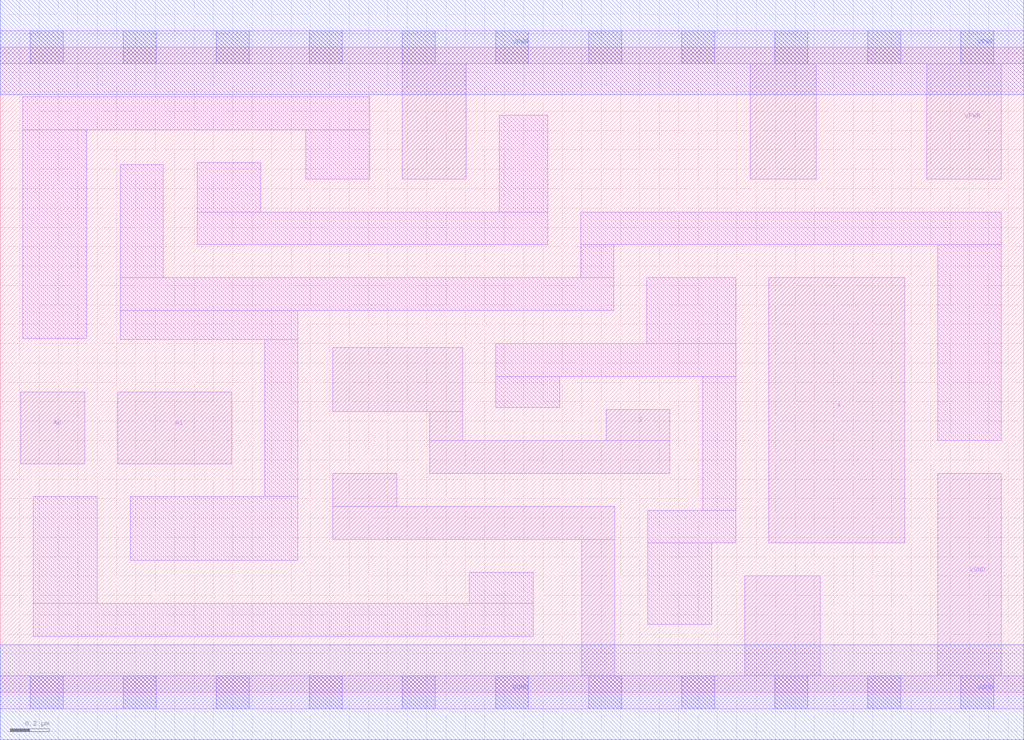
<source format=lef>
# Copyright 2020 The SkyWater PDK Authors
#
# Licensed under the Apache License, Version 2.0 (the "License");
# you may not use this file except in compliance with the License.
# You may obtain a copy of the License at
#
#     https://www.apache.org/licenses/LICENSE-2.0
#
# Unless required by applicable law or agreed to in writing, software
# distributed under the License is distributed on an "AS IS" BASIS,
# WITHOUT WARRANTIES OR CONDITIONS OF ANY KIND, either express or implied.
# See the License for the specific language governing permissions and
# limitations under the License.
#
# SPDX-License-Identifier: Apache-2.0

VERSION 5.7 ;
  NAMESCASESENSITIVE ON ;
  NOWIREEXTENSIONATPIN ON ;
  DIVIDERCHAR "/" ;
  BUSBITCHARS "[]" ;
UNITS
  DATABASE MICRONS 200 ;
END UNITS
MACRO sky130_fd_sc_ls__mux2_2
  CLASS CORE ;
  SOURCE USER ;
  FOREIGN sky130_fd_sc_ls__mux2_2 ;
  ORIGIN  0.000000  0.000000 ;
  SIZE  5.280000 BY  3.330000 ;
  SYMMETRY X Y ;
  SITE unit ;
  PIN A0
    ANTENNAGATEAREA  0.261000 ;
    DIRECTION INPUT ;
    USE SIGNAL ;
    PORT
      LAYER li1 ;
        RECT 0.105000 1.180000 0.435000 1.550000 ;
    END
  END A0
  PIN A1
    ANTENNAGATEAREA  0.261000 ;
    DIRECTION INPUT ;
    USE SIGNAL ;
    PORT
      LAYER li1 ;
        RECT 0.605000 1.180000 1.195000 1.550000 ;
    END
  END A1
  PIN S
    ANTENNAGATEAREA  0.469500 ;
    DIRECTION INPUT ;
    USE SIGNAL ;
    PORT
      LAYER li1 ;
        RECT 1.715000 1.450000 2.385000 1.780000 ;
        RECT 2.215000 1.130000 3.455000 1.300000 ;
        RECT 2.215000 1.300000 2.385000 1.450000 ;
        RECT 3.125000 1.300000 3.455000 1.460000 ;
    END
  END S
  PIN X
    ANTENNADIFFAREA  0.543200 ;
    DIRECTION OUTPUT ;
    USE SIGNAL ;
    PORT
      LAYER li1 ;
        RECT 3.965000 0.770000 4.665000 2.140000 ;
    END
  END X
  PIN VGND
    DIRECTION INOUT ;
    SHAPE ABUTMENT ;
    USE GROUND ;
    PORT
      LAYER li1 ;
        RECT 0.000000 -0.085000 5.280000 0.085000 ;
        RECT 1.715000  0.790000 3.170000 0.960000 ;
        RECT 1.715000  0.960000 2.045000 1.130000 ;
        RECT 3.000000  0.085000 3.170000 0.790000 ;
        RECT 3.840000  0.085000 4.230000 0.600000 ;
        RECT 4.835000  0.085000 5.165000 1.130000 ;
      LAYER mcon ;
        RECT 0.155000 -0.085000 0.325000 0.085000 ;
        RECT 0.635000 -0.085000 0.805000 0.085000 ;
        RECT 1.115000 -0.085000 1.285000 0.085000 ;
        RECT 1.595000 -0.085000 1.765000 0.085000 ;
        RECT 2.075000 -0.085000 2.245000 0.085000 ;
        RECT 2.555000 -0.085000 2.725000 0.085000 ;
        RECT 3.035000 -0.085000 3.205000 0.085000 ;
        RECT 3.515000 -0.085000 3.685000 0.085000 ;
        RECT 3.995000 -0.085000 4.165000 0.085000 ;
        RECT 4.475000 -0.085000 4.645000 0.085000 ;
        RECT 4.955000 -0.085000 5.125000 0.085000 ;
      LAYER met1 ;
        RECT 0.000000 -0.245000 5.280000 0.245000 ;
    END
  END VGND
  PIN VPWR
    DIRECTION INOUT ;
    SHAPE ABUTMENT ;
    USE POWER ;
    PORT
      LAYER li1 ;
        RECT 0.000000 3.245000 5.280000 3.415000 ;
        RECT 2.075000 2.650000 2.405000 3.245000 ;
        RECT 3.870000 2.650000 4.210000 3.245000 ;
        RECT 4.780000 2.650000 5.165000 3.245000 ;
      LAYER mcon ;
        RECT 0.155000 3.245000 0.325000 3.415000 ;
        RECT 0.635000 3.245000 0.805000 3.415000 ;
        RECT 1.115000 3.245000 1.285000 3.415000 ;
        RECT 1.595000 3.245000 1.765000 3.415000 ;
        RECT 2.075000 3.245000 2.245000 3.415000 ;
        RECT 2.555000 3.245000 2.725000 3.415000 ;
        RECT 3.035000 3.245000 3.205000 3.415000 ;
        RECT 3.515000 3.245000 3.685000 3.415000 ;
        RECT 3.995000 3.245000 4.165000 3.415000 ;
        RECT 4.475000 3.245000 4.645000 3.415000 ;
        RECT 4.955000 3.245000 5.125000 3.415000 ;
      LAYER met1 ;
        RECT 0.000000 3.085000 5.280000 3.575000 ;
    END
  END VPWR
  OBS
    LAYER li1 ;
      RECT 0.115000 1.825000 0.445000 2.905000 ;
      RECT 0.115000 2.905000 1.905000 3.075000 ;
      RECT 0.170000 0.290000 2.750000 0.460000 ;
      RECT 0.170000 0.460000 0.500000 1.010000 ;
      RECT 0.620000 1.820000 1.535000 1.970000 ;
      RECT 0.620000 1.970000 3.165000 2.140000 ;
      RECT 0.620000 2.140000 0.840000 2.725000 ;
      RECT 0.670000 0.680000 1.535000 1.010000 ;
      RECT 1.015000 2.310000 2.825000 2.480000 ;
      RECT 1.015000 2.480000 1.345000 2.735000 ;
      RECT 1.365000 1.010000 1.535000 1.820000 ;
      RECT 1.575000 2.650000 1.905000 2.905000 ;
      RECT 2.420000 0.460000 2.750000 0.620000 ;
      RECT 2.555000 1.470000 2.885000 1.630000 ;
      RECT 2.555000 1.630000 3.795000 1.800000 ;
      RECT 2.575000 2.480000 2.825000 2.980000 ;
      RECT 2.995000 2.140000 3.165000 2.310000 ;
      RECT 2.995000 2.310000 5.165000 2.480000 ;
      RECT 3.335000 1.800000 3.795000 2.140000 ;
      RECT 3.340000 0.350000 3.670000 0.770000 ;
      RECT 3.340000 0.770000 3.795000 0.940000 ;
      RECT 3.625000 0.940000 3.795000 1.630000 ;
      RECT 4.835000 1.300000 5.165000 2.310000 ;
  END
END sky130_fd_sc_ls__mux2_2

</source>
